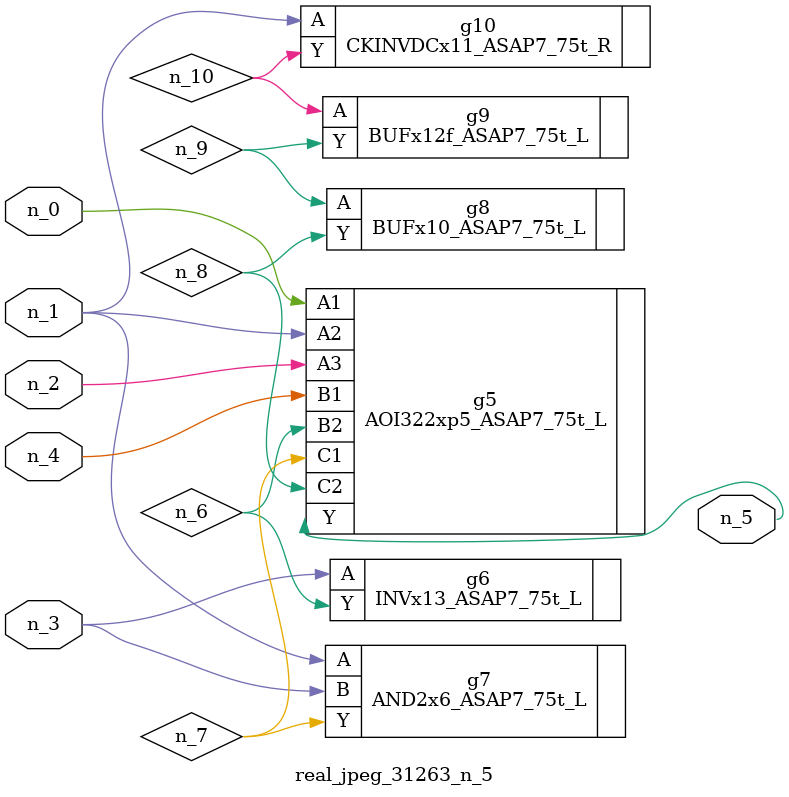
<source format=v>
module real_jpeg_31263_n_5 (n_4, n_0, n_1, n_2, n_3, n_5);

input n_4;
input n_0;
input n_1;
input n_2;
input n_3;

output n_5;

wire n_8;
wire n_6;
wire n_7;
wire n_10;
wire n_9;

AOI322xp5_ASAP7_75t_L g5 ( 
.A1(n_0),
.A2(n_1),
.A3(n_2),
.B1(n_4),
.B2(n_6),
.C1(n_7),
.C2(n_8),
.Y(n_5)
);

AND2x6_ASAP7_75t_L g7 ( 
.A(n_1),
.B(n_3),
.Y(n_7)
);

CKINVDCx11_ASAP7_75t_R g10 ( 
.A(n_1),
.Y(n_10)
);

INVx13_ASAP7_75t_L g6 ( 
.A(n_3),
.Y(n_6)
);

BUFx10_ASAP7_75t_L g8 ( 
.A(n_9),
.Y(n_8)
);

BUFx12f_ASAP7_75t_L g9 ( 
.A(n_10),
.Y(n_9)
);


endmodule
</source>
